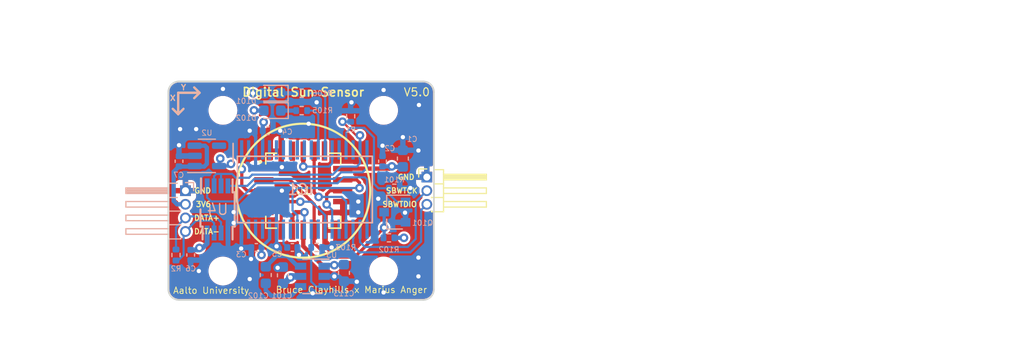
<source format=kicad_pcb>
(kicad_pcb (version 20221018) (generator pcbnew)
  (title_block (title "DSS Sun Sensor") (date "2023-11-10") (rev "v5") (company "Aalto-yliopisto") (comment 1 "Bruce Clayhills"))
  (layers (0 "F.Cu" signal) (1 "In1.Cu" signal) (2 "In2.Cu" signal) (31 "B.Cu" signal) (34 "B.Paste" user) (35 "F.Paste" user) (36 "B.SilkS" user "B.Silkscreen") (37 "F.SilkS" user "F.Silkscreen") (38 "B.Mask" user) (39 "F.Mask" user) (44 "Edge.Cuts" user))
  (net 0 "")
  (net 1 "GND")
  (net 2 "+5V")
  (net 3 "+3V3")
  (net 4 "Net-(IC1-VCORE)")
  (net 5 "Net-(U3-C+)")
  (net 6 "/START_X")
  (net 7 "/START_Y")
  (net 8 "/SS_CLK")
  (net 9 "/SS_GAIN")
  (net 10 "/SS_GAIN_CTL")
  (net 11 "/5V_EN")
  (net 12 "/SPI_CLK_A0")
  (net 13 "/SPI_SIMO_A0")
  (net 14 "VDD")
  (net 15 "Net-(U3-C-)")
  (net 16 "Net-(D101-K)")
  (net 17 "/SBWTDIO")
  (net 18 "/SBWTCK")
  (net 19 "/LED2")
  (net 20 "/LED1")
  (net 21 "Net-(D102-K)")
  (net 30 "/~{TXRX_EN}")
  (net 31 "/UART_TX")
  (net 32 "/UART_RX")
  (net 33 "/SPI_CLK_B0")
  (net 35 "/SPI_SIMO_B0")
  (net 40 "/ADCS.PRI_DATA+")
  (net 41 "/ADCS.PRI_DATA-")
  (footprint "Connector_PinHeader_1.27mm:PinHeader_1x03_P1.27mm_Horizontal" (layer "F.Cu") (at 151.5364 113.73)
    (fp_text reference "J104" hide)
    (fp_text value "Programming connector")
    (pad "1" thru_hole rect (at 0 0) (size 1 1) (drill 0.65) (layers "*.Cu" "*.Mask") (net 1 "GND"))
    (pad "2" thru_hole oval (at 0 1.27) (size 1 1) (drill 0.65) (layers "*.Cu" "*.Mask") (net 18 "/SBWTCK"))
    (pad "3" thru_hole oval (at 0 2.54) (size 1 1) (drill 0.65) (layers "*.Cu" "*.Mask") (net 17 "/SBWTDIO"))
  )
  (footprint "MountingHole:MountingHole_2.2mm_M2" (layer "F.Cu") (at 147.5 122.5)
    (fp_text reference "MK104" hide)
    (fp_text value "Mounting_Hole")
    (pad "" np_thru_hole circle (at 0 0) (size 2.2 2.2) (drill 2.2) (layers "*.Cu" "*.Mask"))
  )
  (footprint "MountingHole:MountingHole_2.2mm_M2" (layer "F.Cu") (at 132.5 122.5)
    (fp_text reference "MK102" hide)
    (fp_text value "Mounting_Hole")
    (pad "" np_thru_hole circle (at 0 0) (size 2.2 2.2) (drill 2.2) (layers "*.Cu" "*.Mask"))
  )
  (footprint "MountingHole:MountingHole_2.2mm_M2" (layer "F.Cu") (at 132.5 107.5)
    (fp_text reference "MK101" hide)
    (fp_text value "Mounting_Hole")
    (pad "" np_thru_hole circle (at 0 0) (size 2.2 2.2) (drill 2.2) (layers "*.Cu" "*.Mask"))
  )
  (footprint "MountingHole:MountingHole_2.2mm_M2" (layer "F.Cu") (at 147.5 107.5)
    (fp_text reference "MK103" hide)
    (fp_text value "Mounting_Hole")
    (pad "" np_thru_hole circle (at 0 0) (size 2.2 2.2) (drill 2.2) (layers "*.Cu" "*.Mask"))
  )
  (footprint "Foresail1p_IC:S9132" (layer "F.Cu") (at 140 115)
    (fp_text reference "U1" (at 0.0048 0.0112) (layer "F.SilkS") (effects (font (size 0.75 0.75) (thickness 0.07))))
    (fp_text value "S9132")
    (pad "1" smd rect (at -3.683 -2.0574) (size 1.8 0.508) (layers "F.Cu" "F.Paste" "F.Mask") (net 1 "GND"))
    (pad "2" smd rect (at -3.6852 -1.016) (size 1.8 0.508) (layers "F.Cu" "F.Paste" "F.Mask") (net 9 "/SS_GAIN"))
    (pad "3" smd rect (at -3.6852 0) (size 1.8 0.508) (layers "F.Cu" "F.Paste" "F.Mask") (net 6 "/START_X"))
    (pad "4" smd rect (at -3.6852 1.016) (size 1.8 0.508) (layers "F.Cu" "F.Paste" "F.Mask") (net 8 "/SS_CLK"))
    (pad "5" smd rect (at -3.6732 2.03) (size 1.8 0.508) (layers "F.Cu" "F.Paste" "F.Mask"))
    (pad "6" smd rect (at -2.0574 3.683 90) (size 1.8 0.508) (layers "F.Cu" "F.Paste" "F.Mask") (net 8 "/SS_CLK"))
    (pad "7" smd rect (at -1.016 3.6852 90) (size 1.8 0.508) (layers "F.Cu" "F.Paste" "F.Mask") (net 7 "/START_Y"))
    (pad "8" smd rect (at 0 3.6852 90) (size 1.8 0.508) (layers "F.Cu" "F.Paste" "F.Mask") (net 2 "+5V"))
    (pad "9" smd rect (at 1.016 3.6852 90) (size 1.8 0.508) (layers "F.Cu" "F.Paste" "F.Mask") (net 9 "/SS_GAIN"))
    (pad "10" smd rect (at 2.03 3.6832 90) (size 1.8 0.508) (layers "F.Cu" "F.Paste" "F.Mask") (net 1 "GND"))
    (pad "11" smd rect (at 3.683 2.032) (size 1.8 0.508) (layers "F.Cu" "F.Paste" "F.Mask") (net 1 "GND"))
    (pad "12" smd rect (at 3.6852 1.016) (size 1.8 0.508) (layers "F.Cu" "F.Paste" "F.Mask") (net 1 "GND"))
    (pad "13" smd rect (at 3.6852 0) (size 1.8 0.508) (layers "F.Cu" "F.Paste" "F.Mask") (net 33 "/SPI_CLK_B0"))
    (pad "14" smd rect (at 3.6852 -1.016) (size 1.8 0.508) (layers "F.Cu" "F.Paste" "F.Mask") (net 35 "/SPI_SIMO_B0"))
    (pad "15" smd rect (at 3.6852 -2.062) (size 1.8 0.508) (layers "F.Cu" "F.Paste" "F.Mask") (net 3 "+3V3"))
    (pad "16" smd rect (at 1.9812 -3.7084 90) (size 1.8 0.508) (layers "F.Cu" "F.Paste" "F.Mask"))
    (pad "17" smd rect (at 1.016 -3.6852 90) (size 1.8 0.508) (layers "F.Cu" "F.Paste" "F.Mask") (net 13 "/SPI_SIMO_A0"))
    (pad "18" smd rect (at 0 -3.6852 90) (size 1.8 0.508) (layers "F.Cu" "F.Paste" "F.Mask") (net 12 "/SPI_CLK_A0"))
    (pad "19" smd rect (at -1.016 -3.6852 90) (size 1.8 0.508) (layers "F.Cu" "F.Paste" "F.Mask"))
    (pad "20" smd rect (at -2.062 -3.6852 90) (size 1.8 0.508) (layers "F.Cu" "F.Paste" "F.Mask") (net 1 "GND"))
  )
  (footprint "Resistor_SMD:R_0402_1005Metric" (layer "B.Cu") (at 139.851 107.5215 180)
    (fp_text reference "R105" (at -1.949 0.0215) (layer "B.SilkS") (effects (font (size 0.5 0.5) (thickness 0.07)) (justify mirror)))
    (fp_text value "R")
    (pad "1" smd roundrect (at -0.51 0 180) (size 0.54 0.64) (layers "B.Cu" "B.Paste" "B.Mask") (net 20 "/LED1"))
    (pad "2" smd roundrect (at 0.51 0 180) (size 0.54 0.64) (layers "B.Cu" "B.Paste" "B.Mask") (net 21 "Net-(D102-K)"))
  )
  (footprint "Package_TO_SOT_SMD:SOT-23" (layer "B.Cu") (at 148.55 117 180)
    (fp_text reference "Q101" (at -2.58 -1.0084) (layer "B.SilkS") (effects (font (size 0.5 0.5) (thickness 0.07)) (justify mirror)))
    (fp_text value "Q_NMOS_GSD")
    (pad "1" smd rect (at -1 0.95 180) (size 0.9 0.8) (layers "B.Cu" "B.Paste" "B.Mask") (net 10 "/SS_GAIN_CTL"))
    (pad "2" smd rect (at -1 -0.95 180) (size 0.9 0.8) (layers "B.Cu" "B.Paste" "B.Mask") (net 1 "GND"))
    (pad "3" smd rect (at 1 0 180) (size 0.9 0.8) (layers "B.Cu" "B.Paste" "B.Mask") (net 9 "/SS_GAIN"))
  )
  (footprint "Resistor_SMD:R_0402_1005Metric" (layer "B.Cu") (at 148 119.4 180)
    (fp_text reference "R102" (at 0 -1.1) (layer "B.SilkS") (effects (font (size 0.5 0.5) (thickness 0.07)) (justify mirror)))
    (fp_text value "10k")
    (pad "1" smd roundrect (at -0.51 0 180) (size 0.54 0.64) (layers "B.Cu" "B.Paste" "B.Mask") (net 2 "+5V"))
    (pad "2" smd roundrect (at 0.51 0 180) (size 0.54 0.64) (layers "B.Cu" "B.Paste" "B.Mask") (net 9 "/SS_GAIN"))
  )
  (footprint "LED_SMD:LED_0603_1608Metric" (layer "B.Cu") (at 137.1 105.9 180)
    (fp_text reference "D101" (at 2.4292 -0.7292 180) (layer "B.SilkS") (effects (font (size 0.5 0.5) (thickness 0.07)) (justify mirror)))
    (fp_text value "LED")
    (pad "1" smd roundrect (at -0.7875 0 180) (size 0.875 0.95) (layers "B.Cu" "B.Paste" "B.Mask") (net 16 "Net-(D101-K)"))
    (pad "2" smd roundrect (at 0.7875 0 180) (size 0.875 0.95) (layers "B.Cu" "B.Paste" "B.Mask") (net 3 "+3V3"))
  )
  (footprint "LED_SMD:LED_0603_1608Metric" (layer "B.Cu") (at 137.112 107.5215 180)
    (fp_text reference "D102" (at 2.4412 -0.6825) (layer "B.SilkS") (effects (font (size 0.5 0.5) (thickness 0.07)) (justify mirror)))
    (fp_text value "LED")
    (pad "1" smd roundrect (at -0.7875 0 180) (size 0.875 0.95) (layers "B.Cu" "B.Paste" "B.Mask") (net 21 "Net-(D102-K)"))
    (pad "2" smd roundrect (at 0.7875 0 180) (size 0.875 0.95) (layers "B.Cu" "B.Paste" "B.Mask") (net 3 "+3V3"))
  )
  (footprint "Resistor_SMD:R_0402_1005Metric" (layer "B.Cu") (at 139.851 105.9)
    (fp_text reference "R106" (at 1.949 0) (layer "B.SilkS") (effects (font (size 0.5 0.5) (thickness 0.07)) (justify mirror)))
    (fp_text value "R")
    (pad "1" smd roundrect (at -0.51 0) (size 0.54 0.64) (layers "B.Cu" "B.Paste" "B.Mask") (net 16 "Net-(D101-K)"))
    (pad "2" smd roundrect (at 0.51 0) (size 0.54 0.64) (layers "B.Cu" "B.Paste" "B.Mask") (net 19 "/LED2"))
  )
  (footprint "Resistor_SMD:R_0402_1005Metric" (layer "B.Cu") (at 148.5 114.77)
    (fp_text reference "R101" (at 0 -0.8) (layer "B.SilkS") (effects (font (size 0.5 0.5) (thickness 0.07)) (justify mirror)))
    (fp_text value "10k")
    (pad "1" smd roundrect (at -0.51 0) (size 0.54 0.64) (layers "B.Cu" "B.Paste" "B.Mask") (net 10 "/SS_GAIN_CTL"))
    (pad "2" smd roundrect (at 0.51 0) (size 0.54 0.64) (layers "B.Cu" "B.Paste" "B.Mask") (net 1 "GND"))
  )
  (footprint "Capacitor_SMD:C_0603_1608Metric" (layer "B.Cu") (at 143.8 122.675 -90)
    (fp_text reference "C113" (at 1.925 0 180) (layer "B.SilkS") (effects (font (size 0.5 0.5) (thickness 0.07)) (justify mirror)))
    (fp_text value "1.0uF")
    (pad "1" smd roundrect (at -0.775 0 270) (size 0.9 0.95) (layers "B.Cu" "B.Paste" "B.Mask") (net 2 "+5V"))
    (pad "2" smd roundrect (at 0.775 0 270) (size 0.9 0.95) (layers "B.Cu" "B.Paste" "B.Mask") (net 1 "GND"))
  )
  (footprint "Connector_PinHeader_1.27mm:PinHeader_1x04_P1.27mm_Horizontal" (layer "B.Cu") (at 129 115 180)
    (fp_text reference "J102" hide)
    (fp_text value "Main Connector")
    (pad "1" thru_hole rect (at 0 0 180) (size 1 1) (drill 0.65) (layers "*.Cu" "*.Mask") (net 1 "GND"))
    (pad "2" thru_hole oval (at 0 -1.27 180) (size 1 1) (drill 0.65) (layers "*.Cu" "*.Mask") (net 14 "VDD"))
    (pad "3" thru_hole oval (at 0 -2.54 180) (size 1 1) (drill 0.65) (layers "*.Cu" "*.Mask") (net 40 "/ADCS.PRI_DATA+"))
    (pad "4" thru_hole oval (at 0 -3.81 180) (size 1 1) (drill 0.65) (layers "*.Cu" "*.Mask") (net 41 "/ADCS.PRI_DATA-"))
  )
  (footprint "Capacitor_SMD:C_0603_1608Metric" (layer "B.Cu") (at 138.1 122.9 90)
    (fp_text reference "C101" (at -1.9 -0.1 180) (layer "B.SilkS") (effects (font (size 0.5 0.5) (thickness 0.07)) (justify mirror)))
    (fp_text value "1.0uF")
    (pad "1" smd roundrect (at -0.775 0 90) (size 0.9 0.95) (layers "B.Cu" "B.Paste" "B.Mask") (net 14 "VDD"))
    (pad "2" smd roundrect (at 0.775 0 90) (size 0.9 0.95) (layers "B.Cu" "B.Paste" "B.Mask") (net 1 "GND"))
  )
  (footprint "Capacitor_SMD:C_0603_1608Metric" (layer "B.Cu") (at 136.5 122.875 -90)
    (fp_text reference "C102" (at 1.925 0.7 180) (layer "B.SilkS") (effects (font (size 0.5 0.5) (thickness 0.07)) (justify mirror)))
    (fp_text value "1.0uF")
    (pad "1" smd roundrect (at -0.775 0 270) (size 0.9 0.95) (layers "B.Cu" "B.Paste" "B.Mask") (net 5 "Net-(U3-C+)"))
    (pad "2" smd roundrect (at 0.775 0 270) (size 0.9 0.95) (layers "B.Cu" "B.Paste" "B.Mask") (net 15 "Net-(U3-C-)"))
  )
  (footprint "Package_TO_SOT_SMD:SOT-23-6" (layer "B.Cu") (at 140.85 123 180)
    (fp_text reference "U3" (at -1.7964 1.9944 180) (layer "B.SilkS") (effects (font (size 0.5 0.5) (thickness 0.07)) (justify mirror)))
    (fp_text value "LTC3200ES6-5")
    (pad "1" smd rect (at -1.1 0.95 180) (size 1.06 0.65) (layers "B.Cu" "B.Paste" "B.Mask") (net 2 "+5V"))
    (pad "2" smd rect (at -1.1 0 180) (size 1.06 0.65) (layers "B.Cu" "B.Paste" "B.Mask") (net 1 "GND"))
    (pad "3" smd rect (at -1.1 -0.95 180) (size 1.06 0.65) (layers "B.Cu" "B.Paste" "B.Mask") (net 11 "/5V_EN"))
    (pad "4" smd rect (at 1.1 -0.95 180) (size 1.06 0.65) (layers "B.Cu" "B.Paste" "B.Mask") (net 15 "Net-(U3-C-)"))
    (pad "5" smd rect (at 1.1 0 180) (size 1.06 0.65) (layers "B.Cu" "B.Paste" "B.Mask") (net 14 "VDD"))
    (pad "6" smd rect (at 1.1 0.95 180) (size 1.06 0.65) (layers "B.Cu" "B.Paste" "B.Mask") (net 5 "Net-(U3-C+)"))
  )
  (footprint "Resistor_SMD:R_0402_1005Metric" (layer "B.Cu") (at 141.25 120.3 180)
    (fp_text reference "R103" (at -2.7172 0.0056) (layer "B.SilkS") (effects (font (size 0.5 0.5) (thickness 0.07)) (justify mirror)))
    (fp_text value "10k")
    (pad "1" smd roundrect (at -0.51 0 180) (size 0.54 0.64) (layers "B.Cu" "B.Paste" "B.Mask") (net 1 "GND"))
    (pad "2" smd roundrect (at 0.51 0 180) (size 0.54 0.64) (layers "B.Cu" "B.Paste" "B.Mask") (net 11 "/5V_EN"))
  )
  (footprint "Package_TO_SOT_SMD:SOT-23-5" (layer "B.Cu") (at 131 111.75)
    (fp_text reference "U2" (at 0 -2.15) (layer "B.SilkS") (effects (font (size 0.5 0.5) (thickness 0.07)) (justify mirror)))
    (fp_text value "TLV733P")
    (pad "1" smd roundrect (at -1.1375 0.95) (size 1.325 0.6) (layers "B.Cu" "B.Paste" "B.Mask") (net 14 "VDD"))
    (pad "2" smd roundrect (at -1.1375 0) (size 1.325 0.6) (layers "B.Cu" "B.Paste" "B.Mask") (net 1 "GND"))
    (pad "3" smd roundrect (at -1.1375 -0.95) (size 1.325 0.6) (layers "B.Cu" "B.Paste" "B.Mask") (net 14 "VDD"))
    (pad "4" smd roundrect (at 1.1375 -0.95) (size 1.325 0.6) (layers "B.Cu" "B.Paste" "B.Mask"))
    (pad "5" smd roundrect (at 1.1375 0.95) (size 1.325 0.6) (layers "B.Cu" "B.Paste" "B.Mask") (net 3 "+3V3"))
  )
  (footprint "Capacitor_SMD:C_0402_1005Metric" (layer "B.Cu") (at 129.4892 121.0056 -90)
    (fp_text reference "C6" (at 1.27 0 180) (layer "B.SilkS") (effects (font (size 0.5 0.5) (thickness 0.07)) (justify mirror)))
    (fp_text value "100n")
    (pad "1" smd roundrect (at -0.48 0 270) (size 0.56 0.62) (layers "B.Cu" "B.Paste" "B.Mask") (net 3 "+3V3"))
    (pad "2" smd roundrect (at 0.48 0 270) (size 0.56 0.62) (layers "B.Cu" "B.Paste" "B.Mask") (net 1 "GND"))
  )
  (footprint "Resistor_SMD:R_0402_1005Metric" (layer "B.Cu") (at 144.4244 108.0496 90)
    (fp_text reference "R1" (at -1.272 0 180) (layer "B.SilkS") (effects (font (size 0.5 0.5) (thickness 0.07)) (justify mirror)))
    (fp_text value "10k")
    (pad "1" smd roundrect (at -0.51 0 90) (size 0.54 0.64) (layers "B.Cu" "B.Paste" "B.Mask") (net 30 "/~{TXRX_EN}"))
    (pad "2" smd roundrect (at 0.51 0 90) (size 0.54 0.64) (layers "B.Cu" "B.Paste" "B.Mask") (net 1 "GND"))
  )
  (footprint "Capacitor_SMD:C_0402_1005Metric" (layer "B.Cu") (at 135.62 120.3)
    (fp_text reference "C3" (at -1.4064 0.6548) (layer "B.SilkS") (effects (font (size 0.5 0.5) (thickness 0.07)) (justify mirror)))
    (fp_text value "100nF")
    (pad "1" smd roundrect (at -0.48 0) (size 0.56 0.62) (layers "B.Cu" "B.Paste" "B.Mask") (net 1 "GND"))
    (pad "2" smd roundrect (at 0.48 0) (size 0.56 0.62) (layers "B.Cu" "B.Paste" "B.Mask") (net 3 "+3V3"))
  )
  (footprint "Foresail1p_IC:SOP65P490X110-8N" (layer "B.Cu") (at 132 116.75 -90)
    (fp_text reference "U4" (at 0 0 -180) (layer "B.SilkS") (effects (font (thickness 0.125)) (justify mirror)))
    (fp_text value "THVD1450DGKR" hide)
    (pad "1" smd rect (at -2.2 0.975 180) (size 0.45 1.4) (layers "B.Cu" "B.Paste" "B.Mask") (net 32 "/UART_RX"))
    (pad "2" smd rect (at -2.2 0.325 180) (size 0.45 1.4) (layers "B.Cu" "B.Paste" "B.Mask") (net 30 "/~{TXRX_EN}"))
    (pad "3" smd rect (at -2.2 -0.325 180) (size 0.45 1.4) (layers "B.Cu" "B.Paste" "B.Mask") (net 30 "/~{TXRX_EN}"))
    (pad "4" smd rect (at -2.2 -0.975 180) (size 0.45 1.4) (layers "B.Cu" "B.Paste" "B.Mask") (net 31 "/UART_TX"))
    (pad "5" smd rect (at 2.2 -0.975 180) (size 0.45 1.4) (layers "B.Cu" "B.Paste" "B.Mask") (net 1 "GND"))
    (pad "6" smd rect (at 2.2 -0.325 180) (size 0.45 1.4) (layers "B.Cu" "B.Paste" "B.Mask") (net 40 "/ADCS.PRI_DATA+"))
    (pad "7" smd rect (at 2.2 0.325 180) (size 0.45 1.4) (layers "B.Cu" "B.Paste" "B.Mask") (net 41 "/ADCS.PRI_DATA-"))
    (pad "8" smd rect (at 2.2 0.975 180) (size 0.45 1.4) (layers "B.Cu" "B.Paste" "B.Mask") (net 3 "+3V3"))
  )
  (footprint "Capacitor_SMD:C_0402_1005Metric" (layer "B.Cu") (at 138.98 120.3 180)
    (fp_text reference "C5" (at 1.4136 -0.604) (layer "B.SilkS") (effects (font (size 0.5 0.5) (thickness 0.07)) (justify mirror)))
    (fp_text value "100nF")
    (pad "1" smd roundrect (at -0.48 0 180) (size 0.56 0.62) (layers "B.Cu" "B.Paste" "B.Mask") (net 1 "GND"))
    (pad "2" smd roundrect (at 0.48 0 180) (size 0.56 0.62) (layers "B.Cu" "B.Paste" "B.Mask") (net 4 "Net-(IC1-VCORE)"))
  )
  (footprint "Resistor_SMD:R_0402_1005Metric" (layer "B.Cu") (at 128.1176 121.0056 90)
    (fp_text reference "R2" (at -1.27 0 180) (layer "B.SilkS") (effects (font (size 0.5 0.5) (thickness 0.07)) (justify mirror)))
    (fp_text value "1k")
    (pad "1" smd roundrect (at -0.51 0 90) (size 0.54 0.64) (layers "B.Cu" "B.Paste" "B.Mask") (net 41 "/ADCS.PRI_DATA-"))
    (pad "2" smd roundrect (at 0.51 0 90) (size 0.54 0.64) (layers "B.Cu" "B.Paste" "B.Mask") (net 40 "/ADCS.PRI_DATA+"))
  )
  (footprint "Capacitor_SMD:C_0402_1005Metric" (layer "B.Cu") (at 147.4 112.25 -90)
    (fp_text reference "C2" (at -1.2012 -0.682 180) (layer "B.SilkS") (effects (font (size 0.5 0.5) (thickness 0.07)) (justify mirror)))
    (fp_text value "100nF")
    (pad "1" smd roundrect (at -0.48 0 270) (size 0.56 0.62) (layers "B.Cu" "B.Paste" "B.Mask") (net 1 "GND"))
    (pad "2" smd roundrect (at 0.48 0 270) (size 0.56 0.62) (layers "B.Cu" "B.Paste" "B.Mask") (net 3 "+3V3"))
  )
  (footprint "Capacitor_SMD:C_0402_1005Metric" (layer "B.Cu") (at 128.4 112.25 90)
    (fp_text reference "C7" (at -1.288 -0.0284 180) (layer "B.SilkS") (effects (font (size 0.5 0.5) (thickness 0.07)) (justify mirror)))
    (fp_text value "100nF")
    (pad "1" smd roundrect (at -0.48 0 90) (size 0.56 0.62) (layers "B.Cu" "B.Paste" "B.Mask") (net 14 "VDD"))
    (pad "2" smd roundrect (at 0.48 0 90) (size 0.56 0.62) (layers "B.Cu" "B.Paste" "B.Mask") (net 1 "GND"))
  )
  (footprint "Foresail1p_IC:TSSOP-38_6.1mm" (layer "B.Cu") (at 134.248842 111.190089)
    (fp_text reference "IC1" (at 5.501158 3.7) (layer "B.SilkS") (effects (justify mirror)))
    (fp_text value "MSP430FR5739_0")
    (pad "1" smd rect (at 0 0) (size 0.3 1.8) (layers "B.Cu" "B.Paste" "B.Mask") (net 6 "/START_X"))
    (pad "2" smd rect (at 0.65 0) (size 0.3 1.8) (layers "B.Cu" "B.Paste" "B.Mask"))
    (pad "3" smd rect (at 1.3 0) (size 0.3 1.8) (layers "B.Cu" "B.Paste" "B.Mask") (net 1 "GND"))
    (pad "4" smd rect (at 1.95 0) (size 0.3 1.8) (layers "B.Cu" "B.Paste" "B.Mask") (net 3 "+3V3"))
    (pad "5" smd rect (at 2.6 0) (size 0.3 1.8) (layers "B.Cu" "B.Paste" "B.Mask"))
    (pad "6" smd rect (at 3.25 0) (size 0.3 1.8) (layers "B.Cu" "B.Paste" "B.Mask"))
    (pad "7" smd rect (at 3.9 0) (size 0.3 1.8) (layers "B.Cu" "B.Paste" "B.Mask"))
    (pad "8" smd rect (at 4.55 0) (size 0.3 1.8) (layers "B.Cu" "B.Paste" "B.Mask"))
    (pad "9" smd rect (at 5.2 0) (size 0.3 1.8) (layers "B.Cu" "B.Paste" "B.Mask"))
    (pad "10" smd rect (at 5.85 0) (size 0.3 1.8) (layers "B.Cu" "B.Paste" "B.Mask"))
    (pad "11" smd rect (at 6.5 0) (size 0.3 1.8) (layers "B.Cu" "B.Paste" "B.Mask"))
    (pad "12" smd rect (at 7.15 0) (size 0.3 1.8) (layers "B.Cu" "B.Paste" "B.Mask") (net 20 "/LED1"))
    (pad "13" smd rect (at 7.8 0) (size 0.3 1.8) (layers "B.Cu" "B.Paste" "B.Mask") (net 19 "/LED2"))
    (pad "14" smd rect (at 8.45 0) (size 0.3 1.8) (layers "B.Cu" "B.Paste" "B.Mask") (net 12 "/SPI_CLK_A0"))
    (pad "15" smd rect (at 9.1 0) (size 0.3 1.8) (layers "B.Cu" "B.Paste" "B.Mask"))
    (pad "16" smd rect (at 9.75 0) (size 0.3 1.8) (layers "B.Cu" "B.Paste" "B.Mask") (net 10 "/SS_GAIN_CTL"))
    (pad "17" smd rect (at 10.4 0) (size 0.3 1.8) (layers "B.Cu" "B.Paste" "B.Mask"))
    (pad "18" smd rect (at 11.05 0) (size 0.3 1.8) (layers "B.Cu" "B.Paste" "B.Mask") (net 30 "/~{TXRX_EN}"))
    (pad "19" smd rect (at 11.7 0) (size 0.3 1.8) (layers "B.Cu" "B.Paste" "B.Mask") (net 31 "/UART_TX"))
    (pad "20" smd rect (at 11.7 7.4) (size 0.3 1.8) (layers "B.Cu" "B.Paste" "B.Mask") (net 32 "/UART_RX"))
    (pad "21" smd rect (at 11.05 7.4) (size 0.3 1.8) (layers "B.Cu" "B.Paste" "B.Mask") (net 18 "/SBWTCK"))
    (pad "22" smd rect (at 10.4 7.4) (size 0.3 1.8) (layers "B.Cu" "B.Paste" "B.Mask") (net 17 "/SBWTDIO"))
    (pad "23" smd rect (at 9.75 7.4) (size 0.3 1.8) (layers "B.Cu" "B.Paste" "B.Mask") (net 13 "/SPI_SIMO_A0"))
    (pad "24" smd rect (at 9.1 7.4) (size 0.3 1.8) (layers "B.Cu" "B.Paste" "B.Mask"))
    (pad "25" smd rect (at 8.45 7.4) (size 0.3 1.8) (layers "B.Cu" "B.Paste" "B.Mask") (net 33 "/SPI_CLK_B0"))
    (pad "26" smd rect (at 7.8 7.4) (size 0.3 1.8) (layers "B.Cu" "B.Paste" "B.Mask") (net 8 "/SS_CLK"))
    (pad "27" smd rect (at 7.15 7.4) (size 0.3 1.8) (layers "B.Cu" "B.Paste" "B.Mask"))
    (pad "28" smd rect (at 6.5 7.4) (size 0.3 1.8) (layers "B.Cu" "B.Paste" "B.Mask") (net 11 "/5V_EN"))
    (pad "29" smd rect (at 5.85 7.4) (size 0.3 1.8) (layers "B.Cu" "B.Paste" "B.Mask") (net 7 "/START_Y"))
    (pad "30" smd rect (at 5.2 7.4) (size 0.3 1.8) (layers "B.Cu" "B.Paste" "B.Mask") (net 35 "/SPI_SIMO_B0"))
    (pad "31" smd rect (at 4.55 7.4) (size 0.3 1.8) (layers "B.Cu" "B.Paste" "B.Mask"))
    (pad "32" smd rect (at 3.9 7.4) (size 0.3 1.8) (layers "B.Cu" "B.Paste" "B.Mask") (net 4 "Net-(IC1-VCORE)"))
    (pad "33" smd rect (at 3.25 7.4) (size 0.3 1.8) (layers "B.Cu" "B.Paste" "B.Mask") (net 1 "GND"))
    (pad "34" smd rect (at 2.6 7.4) (size 0.3 1.8) (layers "B.Cu" "B.Paste" "B.Mask") (net 3 "+3V3"))
    (pad "35" smd rect (at 1.95 7.4) (size 0.3 1.8) (layers "B.Cu" "B.Paste" "B.Mask"))
    (pad "36" smd rect (at 1.3 7.4) (size 0.3 1.8) (layers "B.Cu" "B.Paste" "B.Mask"))
    (pad "37" smd rect (at 0.65 7.4) (size 0.3 1.8) (layers "B.Cu" "B.Paste" "B.Mask"))
    (pad "38" smd rect (at 0 7.4) (size 0.3 1.8) (layers "B.Cu" "B.Paste" "B.Mask") (net 1 "GND"))
  )
  (footprint "Capacitor_SMD:C_0402_1005Metric" (layer "B.Cu") (at 136.7 109.4 180)
    (fp_text reference "C4" (at -1.8 -0.1) (layer "B.SilkS") (effects (font (size 0.5 0.5) (thickness 0.07)) (justify mirror)))
    (fp_text value "100nF")
    (pad "1" smd roundrect (at -0.48 0 180) (size 0.56 0.62) (layers "B.Cu" "B.Paste" "B.Mask") (net 1 "GND"))
    (pad "2" smd roundrect (at 0.48 0 180) (size 0.56 0.62) (layers "B.Cu" "B.Paste" "B.Mask") (net 3 "+3V3"))
  )
  (footprint "Capacitor_SMD:C_0603_1608Metric" (layer "B.Cu") (at 149.3 112 -90)
    (fp_text reference "C1" (at -1.8148 -0.8648 180) (layer "B.SilkS") (effects (font (size 0.5 0.5) (thickness 0.07)) (justify mirror)))
    (fp_text value "4.7uF")
    (pad "1" smd roundrect (at -0.775 0 270) (size 0.9 0.95) (layers "B.Cu" "B.Paste" "B.Mask") (net 1 "GND"))
    (pad "2" smd roundrect (at 0.775 0 270) (size 0.9 0.95) (layers "B.Cu" "B.Paste" "B.Mask") (net 3 "+3V3"))
  )
  (gr_line (start 128.320989 107.858745) (end 128.820989 107.358745) (stroke (width 0.2)) (layer "B.SilkS"))
  (gr_line (start 128.320989 105.858745) (end 128.320989 107.858745) (stroke (width 0.2)) (layer "B.SilkS"))
  (gr_line (start 130.320989 105.858745) (end 129.820989 106.358745) (stroke (width 0.2)) (layer "B.SilkS"))
  (gr_line (start 128.320989 107.858745) (end 127.820989 107.358745) (stroke (width 0.2)) (layer "B.SilkS"))
  (gr_line (start 129.820989 105.358745) (end 130.320989 105.858745) (stroke (width 0.2)) (layer "B.SilkS"))
  (gr_line (start 128.320989 105.858745) (end 130.320989 105.858745) (stroke (width 0.2)) (layer "B.SilkS"))
  (gr_line (start 128.316 105.857) (end 130.316 105.857) (stroke (width 0.2)) (layer "F.SilkS"))
  (gr_line (start 128.316 105.857) (end 128.316 107.857) (stroke (width 0.2)) (layer "F.SilkS"))
  (gr_line (start 130.316 105.857) (end 129.816 105.357) (stroke (width 0.2)) (layer "F.SilkS"))
  (gr_line (start 130.316 105.857) (end 129.816 106.357) (stroke (width 0.2)) (layer "F.SilkS"))
  (gr_line (start 128.316 107.857) (end 128.816 107.357) (stroke (width 0.2)) (layer "F.SilkS"))
  (gr_circle (center 140 115) (end 146.25 114.75) (stroke (width 0.2)) (fill none) (layer "F.SilkS"))
  (gr_line (start 127.816 107.357) (end 128.316 107.857) (stroke (width 0.2)) (layer "F.SilkS"))
  (gr_line (start 152.2 117) (end 152.2 124.2) (stroke (width 0.15)) (layer "Edge.Cuts"))
  (gr_arc (start 151.2 104.8) (mid 151.907107 105.092893) (end 152.2 105.8) (stroke (width 0.15)) (layer "Edge.Cuts"))
  (gr_arc (start 152.2 124.2) (mid 151.907107 124.907107) (end 151.2 125.2) (stroke (width 0.15)) (layer "Edge.Cuts"))
  (gr_arc (start 127.4 105.8) (mid 127.692893 105.092893) (end 128.4 104.8) (stroke (width 0.15)) (layer "Edge.Cuts"))
  (gr_line (start 127.4 114.4) (end 127.4 105.8) (stroke (width 0.15)) (layer "Edge.Cuts"))
  (gr_arc (start 128.4 125.2) (mid 127.692893 124.907107) (end 127.4 124.2) (stroke (width 0.15)) (layer "Edge.Cuts"))
  (gr_line (start 128.4 104.8) (end 138.2 104.8) (stroke (width 0.15)) (layer "Edge.Cuts"))
  (gr_line (start 152.2 105.8) (end 152.2 117) (stroke (width 0.15)) (layer "Edge.Cuts"))
  (gr_line (start 151.2 125.2) (end 128.4 125.2) (stroke (width 0.15)) (layer "Edge.Cuts"))
  (gr_line (start 138.2 104.8) (end 151.2 104.8) (stroke (width 0.15)) (layer "Edge.Cuts"))
  (gr_line (start 127.4 124.2) (end 127.4 114.4) (stroke (width 0.15)) (layer "Edge.Cuts"))
  (gr_text "X" (at 127.825 106.35) (layer "B.SilkS") (effects (font (size 0.5 0.5) (thickness 0.1)) (justify mirror)))
  (gr_text "Y" (at 128.825 105.35) (layer "B.SilkS") (effects (font (size 0.5 0.5) (thickness 0.1)) (justify mirror)))
  (gr_text "Aalto University\n\n" (at 131.4 124.8) (layer "F.SilkS") (effects (font (size 0.6 0.6) (thickness 0.08))))
  (gr_text "Digital Sun Sensor" (at 140 105.8) (layer "F.SilkS") (effects (font (size 0.8 0.8))))
  (gr_text "3V6" (at 130.6775 116.27) (layer "F.SilkS") (effects (font (size 0.5 0.5) (thickness 0.1))))
  (gr_text "DATA+" (at 131 117.54) (layer "F.SilkS") (effects (font (size 0.5 0.5) (thickness 0.1))))
  (gr_text "DATA-" (at 131 118.81) (layer "F.SilkS") (effects (font (size 0.5 0.5) (thickness 0.1))))
  (gr_text "GND" (at 130.61 115) (layer "F.SilkS") (effects (font (size 0.5 0.5) (thickness 0.1))))
  (gr_text "SBWTCK" (at 149.2 115) (layer "F.SilkS") (effects (font (size 0.5 0.5) (thickness 0.1))))
  (gr_text "GND" (at 149.606 113.73) (layer "F.SilkS") (effects (font (size 0.5 0.5) (thickness 0.1))))
  (gr_text "SBWTDIO" (at 149 116.27) (layer "F.SilkS") (effects (font (size 0.5 0.5) (thickness 0.1))))
  (gr_text "X" (at 127.816 106.357) (layer "F.SilkS") (effects (font (size 0.5 0.5) (thickness 0.1))))
  (gr_text "Y" (at 128.816 105.357) (layer "F.SilkS") (effects (font (size 0.5 0.5) (thickness 0.1))))
  (gr_text "Bruce Clayhills x Marius Anger" (at 144.5 124.25) (layer "F.SilkS") (effects (font (size 0.6 0.6) (thickness 0.08))))
  (gr_text "V5.0" (at 150.6 105.8) (layer "F.SilkS") (effects (font (size 0.75 0.75) (thickness 0.1))))
  (segment (start 145.118 117.032) (end 143.683 117.032) (width 0.4) (layer "F.Cu") (net 1))
  (segment (start 142.03 119.68) (end 142.03 118.6832) (width 0.4) (layer "F.Cu") (net 1))
  (segment (start 145.134 116.016) (end 143.6852 116.016) (width 0.4) (layer "F.Cu") (net 1))
  (segment (start 142.65 120.3) (end 142.03 119.68) (width 0.4) (layer "F.Cu") (net 1))
  (segment (start 145.134 116.016) (end 145.134 117.016) (width 0.4) (layer "F.Cu") (net 1))
  (segment (start 136.317 112.9426) (end 137.8579 112.9426) (width 0.4) (layer "F.Cu") (net 1))
  (segment (start 137.8579 112.9426) (end 138 112.8005) (width 0.4) (layer "F.Cu") (net 1))
  (segment (start 137.85 109.4) (end 137.938 109.488) (width 0.4) (layer "F.Cu") (net 1))
  (segment (start 145.134 117.016) (end 145.118 117.032) (width 0.4) (layer "F.Cu") (net 1))
  (segment (start 137.938 109.488) (end 137.938 111.3148) (width 0.4) (layer "F.Cu") (net 1))
  (via (at 128.5 109.25) (size 0.8) (drill 0.4) (layers "F.Cu" "B.Cu") (net 1))
  (via (at 130 109.25) (size 0.8) (drill 0.4) (layers "F.Cu" "B.Cu") (net 1))
  (via (at 144.5 106.75) (size 0.8) (drill 0.4) (layers "F.Cu" "B.Cu") (net 1))
  (via (at 150.75 111.25) (size 0.8) (drill 0.4) (layers "F.Cu" "B.Cu") (net 1))
  (via (at 130.25 122.5) (size 0.8) (drill 0.4) (layers "F.Cu" "B.Cu") (net 1))
  (via (at 150.8 107) (size 0.8) (drill 0.4) (layers "F.Cu" "B.Cu") (net 1))
  (via (at 147.5 105.6) (size 0.8) (drill 0.4) (layers "F.Cu" "B.Cu") (net 1))
  (via (at 132.5 105.5) (size 0.8) (drill 0.4) (layers "F.Cu" "B.Cu") (net 1))
  (via (at 133.5024 118.0084) (size 0.8) (drill 0.4) (layers "F.Cu" "B.Cu") (net 1))
  (via (at 138 115) (size 0.8) (drill 0.4) (layers "F.Cu" "B.Cu") (net 1))
  (via (at 145.134 117.016) (size 0.8) (drill 0.4) (layers "F.Cu" "B.Cu") (net 1))
  (via (at 135.12 121.38) (size 0.8) (drill 0.4) (layers "F.Cu" "B.Cu") (net 1))
  (via (at 133.5 117) (size 0.8) (drill 0.4) (layers "F.Cu" "B.Cu") (net 1))
  (via (at 134.2 120.4) (size 0.8) (drill 0.4) (layers "F.Cu" "B.Cu") (net 1))
  (via (at 145 123.5) (size 0.8) (drill 0.4) (layers "F.Cu" "B.Cu") (net 1))
  (via (at 140.5 108.75) (size 0.8) (drill 0.4) (layers "F.Cu" "B.Cu") (net 1))
  (via (at 135 123.25) (size 0.8) (drill 0.4) (layers "F.Cu" "B.Cu") (net 1))
  (via (at 150.75 121.25) (size 0.8) (drill 0.4) (layers "F.Cu" "B.Cu") (net 1))
  (via (at 139.6 121) (size 0.8) (drill 0.4) (layers "F.Cu" "B.Cu") (net 1))
  (via (at 137.85 109.4) (size 0.8) (drill 0.4) (layers "F.Cu" "B.Cu") (net 1))
  (via (at 135 109.4) (size 0.8) (drill 0.4) (layers "F.Cu" "B.Cu") (net 1))
  (via (at 147.4 110.8) (size 0.8) (drill 0.4) (layers "F.Cu" "B.Cu") (net 1))
  (via (at 140.883568 124.573837) (size 0.8) (drill 0.4) (layers "F.Cu" "B.Cu") (net 1))
  (via (at 149.5 117.049502) (size 0.8) (drill 0.4) (layers "F.Cu" "B.Cu") (net 1))
  (via (at 141.25 106.75) (size 0.8) (drill 0.4) (layers "F.Cu" "B.Cu") (net 1))
  (via (at 137.506993 120.191406) (size 0.8) (drill 0.4) (layers "F.Cu" "B.Cu") (net 1))
  (via (at 138 112.8005) (size 0.8) (drill 0.4) (layers "F.Cu" "B.Cu") (net 1))
  (via (at 147.5 124.5) (size 0.8) (drill 0.4) (layers "F.Cu" "B.Cu") (net 1))
  (via (at 150 114.75) (size 0.8) (drill 0.4) (layers "F.Cu" "B.Cu") (net 1))
  (via (at 149.3 110) (size 0.8) (drill 0.4) (layers "F.Cu" "B.Cu") (net 1))
  (via (at 142.65 120.3) (size 0.8) (drill 0.4) (layers "F.Cu" "B.Cu") (net 1))
  (via (at 142.9 123) (size 0.8) (drill 0.4) (layers "F.Cu" "B.Cu") (net 1))
  (via (at 147 115.75) (size 0.8) (drill 0.4) (layers "F.Cu" "B.Cu") (net 1))
  (via (at 128.4 110.75) (size 0.8) (drill 0.4) (layers "F.Cu" "B.Cu") (net 1))
  (via (at 150.75 123) (size 0.8) (drill 0.4) (layers "F.Cu" "B.Cu") (net 1))
  (via (at 137.607612 122.19999) (size 0.8) (drill 0.4) (layers "F.Cu" "B.Cu") (net 1))
  (via (at 145.134 116.016) (size 0.8) (drill 0.4) (layers "F.Cu" "B.Cu") (net 1))
  (segment (start 128.42 111.75) (end 129.75 111.75) (width 0.4) (layer "B.Cu") (net 1))
  (segment (start 149.98 114.77) (end 150 114.75) (width 0.3) (layer "B.Cu") (net 1))
  (segment (start 134.2 118.0084) (end 133.5024 118.0084) (width 0.3) (layer "B.Cu") (net 1))
  (segment (start 135.5596 109.9596) (end 135 109.4) (width 0.3) (layer "B.Cu") (net 1))
  (segment (start 143.35 123) (end 143.8 123.45) (width 0.4) (layer "B.Cu") (net 1))
  (segment (start 147.4 111.72) (end 147.4 110.8) (width 0.4) (layer "B.Cu") (net 1))
  (segment (start 149.5 117.049502) (end 149.5 117.9) (width 0.4) (layer "B.Cu") (net 1))
  (segment (start 137.85 109.4) (end 137.18 109.4) (width 0.3) (layer "B.Cu") (net 1))
  (segment (start 139.48 120.88) (end 139.6 121) (width 0.2) (layer "B.Cu") (net 1))
  (segment (start 134.2 120.4) (end 134.2 118.0084) (width 0.3) (layer "B.Cu") (net 1))
  (segment (start 135.12 120.3) (end 134.3 120.3) (width 0.4) (layer "B.Cu") (net 1))
  (segment (start 144.95 123.45) (end 145 123.5) (width 0.4) (layer "B.Cu") (net 1))
  (segment (start 137.506993 120.191406) (end 137.5096 120.188799) (width 0.3) (layer "B.Cu") (net 1))
  (segment (start 132.975 118.95) (end 132.975 118.231) (width 0.45) (layer "B.Cu") (net 1))
  (segment (start 149.3 111.2125) (end 149.3 110) (width 0.4) (layer "B.Cu") (net 1))
  (segment (start 149.01 114.77) (end 149.98 114.77) (width 0.3) (layer "B.Cu") (net 1))
  (segment (start 137.682602 122.125) (end 137.607612 122.19999) (width 0.4) (layer "B.Cu") (net 1))
  (segment (start 128.4 111.77) (end 128.42 111.75) (width 0.4) (layer "B.Cu") (net 1))
  (segment (start 135.5596 111.19) (end 135.5596 109.9596) (width 0.3) (layer "B.Cu") (net 1))
  (segment (start 139.48 120.3) (end 139.48 120.88) (width 0.2) (layer "B.Cu") (net 1))
  (segment (start 149.5 117.9) (end 149.55 117.95) (width 0.4) (layer "B.Cu") (net 1))
  (segment (start 143.8 123.45) (end 144.95 123.45) (width 0.4) (layer "B.Cu") (net 1))
  (segment (start 138.1 122.125) (end 137.682602 122.125) (width 0.4) (layer "B.Cu") (net 1))
  (segment (start 134.3 120.3) (end 134.2 120.4) (width 0.4) (layer "B.Cu") (net 1))
  (segment (start 133.1976 118.0084) (end 133.5024 118.0084) (width 0.45) (layer "B.Cu") (net 1))
  (segment (start 128.4 110.75) (end 128.4 111.77) (width 0.4) (layer "B.Cu") (net 1))
  (segment (start 135.12 121.38) (end 135.12 120.3) (width 0.4) (layer "B.Cu") (net 1))
  (segment (start 137.5096 120.188799) (end 137.5096 118.59) (width 0.3) (layer "B.Cu") (net 1))
  (segment (start 141.95 123) (end 142.9 123) (width 0.4) (layer "B.Cu") (net 1))
  (segment (start 142.9 123) (end 143.35 123) (width 0.4) (layer "B.Cu") (net 1))
  (segment (start 132.975 118.231) (end 133.1976 118.0084) (width 0.45) (layer "B.Cu") (net 1))
  (segment (start 141.76 120.3) (end 142.65 120.3) (width 0.4) (layer "B.Cu") (net 1))
  (segment (start 142.9 121.95001) (end 141.766008 121.95001) (width 0.4) (layer "F.Cu") (net 2))
  (segment (start 141.766008 121.95001) (end 140 120.184002) (width 0.4) (layer "F.Cu") (net 2))
  (segment (start 140 120.184002) (end 140 118.6852) (width 0.4) (layer "F.Cu") (net 2))
  (via (at 142.9 121.95001) (size 0.8) (drill 0.4) (layers "F.Cu" "B.Cu") (net 2))
  (via (at 149.4 119.4) (size 0.8) (drill 0.4) (layers "F.Cu" "B.Cu") (net 2))
  (segment (start 149.4 119.4) (end 148.51 119.4) (width 0.4) (layer "B.Cu") (net 2))
  (segment (start 143.8 121.9) (end 142.95001 121.9) (width 0.4) (layer "B.Cu") (net 2))
  (segment (start 142.04999 121.95001) (end 142.9 121.95001) (width 0.4) (layer "B.Cu") (net 2))
  (segment (start 142.95001 121.9) (end 142.9 121.95001) (width 0.4) (layer "B.Cu") (net 2))
  (segment (start 141.95 122.05) (end 142.04999 121.95001) (width 0.4) (layer "B.Cu") (net 2))
  (segment (start 143.6852 112.938) (end 148.062 112.938) (width 0.4) (layer "F.Cu") (net 3))
  (segment (start 148.062 112.938) (end 148.27 112.73) (width 0.4) (layer "F.Cu") (net 3))
  (segment (start 148.27 112.73) (end 148.3 112.76) (width 0.4) (layer "F.Cu") (net 3))
  (segment (start 148.3 112.76) (end 148.3 112.8) (width 0.4) (layer "F.Cu") (net 3))
  (via (at 133.25 112.5) (size 0.8) (drill 0.4) (layers "F.Cu" "B.Cu") (net 3))
  (via (at 135.4 107.5) (size 0.8) (drill 0.4) (layers "F.Cu" "B.Cu") (net 3))
  (via (at 148.27 112.73) (size 0.8) (drill 0.4) (layers "F.Cu" "B.Cu") (net 3))
  (via (at 136.3 108.6) (size 0.8) (drill 0.4) (layers "F.Cu" "B.Cu") (net 3))
  (via (at 130.302 120.3452) (size 0.8) (drill 0.4) (layers "F.Cu" "B.Cu") (net 3))
  (via (at 132.25 112) (size 0.8) (drill 0.4) (layers "F.Cu" "B.Cu") (net 3))
  (via (at 136.1 121) (size 0.8) (drill 0.4) (layers "F.Cu" "B.Cu") (net 3))
  (via (at 135.3 105.9) (size 0.8) (drill 0.4) (layers "F.Cu" "B.Cu") (net 3))
  (segment (start 129.4892 120.5256) (end 130.1216 120.5256) (width 0.45) (layer "B.Cu") (net 3))
  (segment (start 136.22 108.68) (end 136.3 108.6) (width 0.4) (layer "B.Cu") (net 3))
  (segment (start 136.08 120.98) (end 136.1 121) (width 0.3) (layer "B.Cu") (net 3))
  (segment (start 131.025 119.927) (end 130.6068 120.3452) (width 0.45) (layer "B.Cu") (net 3))
  (segment (start 132.1375 112.7) (end 132.1375 112.1125) (width 0.3) (layer "B.Cu") (net 3))
  (segment (start 135.4215 107.5215) (end 135.4 107.5) (width 0.4) (layer "B.Cu") (net 3))
  (segment (start 136.2096 109.4104) (end 136.22 109.4) (width 0.3) (layer "B.Cu") (net 3))
  (segment (start 136.22 109.4) (end 136.22 108.68) (width 0.4) (layer "B.Cu") (net 3))
  (segment (start 132.1375 112.7) (end 133.05 112.7) (width 0.3) (layer "B.Cu") (net 3))
  (segment (start 130.6068 120.3452) (end 130.302 120.3452) (width 0.45) (layer "B.Cu") (net 3))
  (segment (start 148.315 112.775) (end 148.27 112.73) (width 0.4) (layer "B.Cu") (net 3))
  (segment (start 149.3 112.775) (end 148.315 112.775) (width 0.4) (layer "B.Cu") (net 3))
  (segment (start 136.3125 105.9) (end 135.3 105.9) (width 0.4) (layer "B.Cu") (net 3))
  (segment (start 136.08 120.3) (end 136.8596 119.5204) (width 0.3) (layer "B.Cu") (net 3))
  (segment (start 136.3245 107.5215) (end 135.4215 107.5215) (width 0.4) (layer "B.Cu") (net 3))
  (segment (start 136.2096 111.19) (end 136.2096 109.4104) (width 0.3) (layer "B.Cu") (net 3))
  (segment (start 132.1375 112.1125) (end 132.25 112) (width 0.3) (layer "B.Cu") (net 3))
  (segment (start 147.4 112.73) (end 148.27 112.73) (width 0.4) (layer "B.Cu") (net 3))
  (segment (start 130.1216 120.5256) (end 130.302 120.3452) (width 0.45) (layer "B.Cu") (net 3))
  (segment (start 131.025 118.95) (end 131.025 119.927) (width 0.45) (layer "B.Cu") (net 3))
  (segment (start 136.08 120.3) (end 136.08 120.98) (width 0.3) (layer "B.Cu") (net 3))
  (segment (start 136.8596 119.5204) (end 136.8596 118.59) (width 0.3) (layer "B.Cu") (net 3))
  (segment (start 133.05 112.7) (end 133.25 112.5) (width 0.3) (layer "B.Cu") (net 3))
  (segment (start 138.1596 119.9396) (end 138.52 120.3) (width 0.2) (layer "B.Cu") (net 4))
  (segment (start 138.1596 118.59) (end 138.1596 119.9396) (width 0.2) (layer "B.Cu") (net 4))
  (segment (start 137.5 121.1) (end 136.5 122.1) (width 0.4) (layer "B.Cu") (net 5))
  (segment (start 139.75 122.05) (end 139.465996 122.05) (width 0.4) (layer "B.Cu") (net 5))
  (segment (start 138.515996 121.1) (end 137.5 121.1) (width 0.4) (layer "B.Cu") (net 5))
  (segment (start 139.465996 122.05) (end 138.515996 121.1) (width 0.4) (layer "B.Cu") (net 5))
  (segment (start 134.75 115) (end 136.3148 115) (width 0.3) (layer "F.Cu") (net 6))
  (segment (start 134.2596 114.5096) (end 134.75 115) (width 0.3) (layer "F.Cu") (net 6))
  (segment (start 134.2596 112.9904) (end 134.2596 114.5096) (width 0.3) (layer "F.Cu") (net 6))
  (via (at 134.2596 112.9904) (size 0.8) (drill 0.4) (layers "F.Cu" "B.Cu") (net 6))
  (segment (start 134.2596 112.261916) (end 134.248842 112.251158) (width 0.3) (layer "B.Cu") (net 6))
  (segment (start 134.2596 112.9904) (end 134.2596 112.261916) (width 0.3) (layer "B.Cu") (net 6))
  (segment (start 134.248842 112.251158) (end 134.248842 111.190089) (width 0.3) (layer "B.Cu") (net 6))
  (segment (start 138.984 117.316) (end 138.984 118.6852) (width 0.4) (layer "F.Cu") (net 7))
  (segment (start 140.1096 117.0096) (end 139.2904 117.0096) (width 0.4) (layer "F.Cu") (net 7))
  (segment (start 139.2904 117.0096) (end 138.984 117.316) (width 0.4) (layer "F.Cu") (net 7))
  (via (at 140.1096 117.0096) (size 0.8) (drill 0.4) (layers "F.Cu" "B.Cu") (net 7))
  (segment (start 140.1096 117.0096) (end 140.1096 118.59) (width 0.2) (layer "B.Cu") (net 7))
  (segment (start 136.3148 116.016) (end 137.6512 116.016) (width 0.3) (layer "F.Cu") (net 8))
  (segment (start 139.706046 116.016) (end 138.266 116.016) (width 0.3) (layer "F.Cu") (net 8))
  (segment (start 137.9426 118.683) (end 137.9426 116.3074) (width 0.3) (layer "F.Cu") (net 8))
  (segment (start 138.220023 116.029977) (end 139.720023 116.029977) (width 0.3) (layer "F.Cu") (net 8))
  (segment (start 137.9426 116.3074) (end 137.9426 116.0574) (width 0.3) (layer "F.Cu") (net 8))
  (segment (start 137.734 116.016) (end 137.984 116.016) (width 0.3) (layer "F.Cu") (net 8))
  (segment (start 136.3148 116.016) (end 137.734 116.016) (width 0.3) (layer "F.Cu") (net 8))
  (segment (start 137.6512 116.016) (end 137.9426 116.3074) (width 0.3) (layer "F.Cu") (net 8))
  (segment (start 139.720023 116.029977) (end 139.706046 116.016) (width 0.3) (layer "F.Cu") (net 8))
  (segment (start 137.9426 116.0574) (end 137.984 116.016) (width 0.3) (layer "F.Cu") (net 8))
  (segment (start 138.266 116.016) (end 137.984 116.016) (width 0.3) (layer "F.Cu") (net 8))
  (segment (start 137.9426 116.3074) (end 138.220023 116.029977) (width 0.3) (layer "F.Cu") (net 8))
  (via (at 139.720023 116.029977) (size 0.8) (drill 0.4) (layers "F.Cu" "B.Cu") (net 8))
  (segment (start 139.720023 116.029977) (end 140.779977 116.029977) (width 0.2) (layer "B.Cu") (net 8))
  (segment (start 142.048842 117.298842) (end 142.048842 118.590089) (width 0.2) (layer "B.Cu") (net 8))
  (segment (start 140.779977 116.029977) (end 142.048842 117.298842) (width 0.2) (layer "B.Cu") (net 8))
  (segment (start 138.734 113.984) (end 141.016 116.266) (width 0.3) (layer "F.Cu") (net 9))
  (segment (start 141.016 116.266) (end 141.016 118.6852) (width 0.3) (layer "F.Cu") (net 9))
  (segment (start 142.3308 121.2) (end 144.8 121.2) (width 0.3) (layer "F.Cu") (net 9))
  (segment (start 136.3148 113.984) (end 138.734 113.984) (width 0.3) (layer "F.Cu") (net 9))
  (segment (start 141.016 118.6852) (end 141.016 119.8852) (width 0.3) (layer "F.Cu") (net 9))
  (segment (start 141.016 119.8852) (end 142.3308 121.2) (width 0.3) (layer "F.Cu") (net 9))
  (segment (start 144.8 121.2) (end 147.55 118.45) (width 0.3) (layer "F.Cu") (net 9))
  (via (at 147.55 118.45) (size 0.8) (drill 0.4) (layers "F.Cu" "B.Cu") (net 9))
  (segment (start 147.55 117) (end 147.55 118.45) (width 0.3) (layer "B.Cu") (net 9))
  (segment (start 147.55 119.34) (end 147.49 119.4) (width 0.3) (layer "B.Cu") (net 9))
  (segment (start 147.55 118.45) (end 147.55 119.34) (width 0.3) (layer "B.Cu") (net 9))
  (segment (start 144.0096 109.584) (end 144.0096 111.19) (width 0.2) (layer "B.Cu") (net 10))
  (segment (start 147.02 114.77) (end 147.99 114.77) (width 0.2) (layer "B.Cu") (net 10))
  (segment (start 149.55 116.05) (end 148.75 116.05) (width 0.2) (layer "B.Cu") (net 10))
  (segment (start 146.6 113.9) (end 146.6 110.037377) (width 0.2) (layer "B.Cu") (net 10))
  (segment (start 147.99 115.24) (end 148 115.25) (width 0.2) (layer "B.Cu") (net 10))
  (segment (start 146.6 114.35) (end 147.02 114.77) (width 0.2) (layer "B.Cu") (net 10))
  (segment (start 147.99 114.77) (end 147.99 115.24) (width 0.2) (layer "B.Cu") (net 10))
  (segment (start 148.75 116.05) (end 147.99 115.29) (width 0.2) (layer "B.Cu") (net 10))
  (segment (start 146.6 110.037377) (end 145.692722 109.130099) (width 0.2) (layer "B.Cu") (net 10))
  (segment (start 145.692722 109.130099) (end 144.463501 109.130099) (width 0.2) (layer "B.Cu") (net 10))
  (segment (start 144.463501 109.130099) (end 144.0096 109.584) (width 0.2) (layer "B.Cu") (net 10))
  (segment (start 146.6 113.75) (end 146.6 114.35) (width 0.2) (layer "B.Cu") (net 10))
  (segment (start 141.2 123.95) (end 141.95 123.95) (width 0.2) (layer "B.Cu") (net 11))
  (segment (start 140.74 120.3) (end 140.74 123.49) (width 0.2) (layer "B.Cu") (net 11))
  (segment (start 140.748842 120.291158) (end 140.74 120.3) (width 0.2) (layer "B.Cu") (net 11))
  (segment (start 140.74 123.49) (end 141.2 123.95) (width 0.2) (layer "B.Cu") (net 11))
  (segment (start 140.748842 118.590089) (end 140.748842 120.291158) (width 0.2) (layer "B.Cu") (net 11))
  (segment (start 140 111.3148) (end 140 112.75) (width 0.4) (layer "F.Cu") (net 12))
  (via (at 140 112.75) (size 0.8) (drill 0.4) (layers "F.Cu" "B.Cu") (net 12))
  (segment (start 142.397684 112.75) (end 142.698842 112.448842) (width 0.2) (layer "B.Cu") (net 12))
  (segment (start 142.698842 111.190089) (end 142.698842 112.448842) (width 0.2) (layer "B.Cu") (net 12))
  (segment (start 140 112.75) (end 142.397684 112.75) (width 0.2) (layer "B.Cu") (net 12))
  (segment (start 141.016 115.162617) (end 141.016 111.3148) (width 0.3) (layer "F.Cu") (net 13))
  (segment (start 141.4363 115.582917) (end 141.016 115.162617) (width 0.3) (layer "F.Cu") (net 13))
  (via (at 141.4363 115.582917) (size 0.8) (drill 0.4) (layers "F.Cu" "B.Cu") (net 13))
  (segment (start 143.581019 115.581019) (end 143.998842 115.998842) (width 0.2) (layer "B.Cu") (net 13))
  (segment (start 143.998842 115.998842) (end 143.998842 118.590089) (width 0.2) (layer "B.Cu") (net 13))
  (segment (start 141.893952 115.582917) (end 141.89585 115.581019) (width 0.2) (layer "B.Cu") (net 13))
  (segment (start 141.4363 115.582917) (end 141.893952 115.582917) (width 0.2) (layer "B.Cu") (net 13))
  (segment (start 141.89585 115.581019) (end 143.581019 115.581019) (width 0.2) (layer "B.Cu") (net 13))
  (via (at 138.8 123.1) (size 0.8) (drill 0.4) (layers "F.Cu" "B.Cu") (net 14))
  (segment (start 138.9 123) (end 138.8 123.1) (width 0.6) (layer "B.Cu") (net 14))
  (segment (start 129.8625 112.7) (end 130.55 112.7) (width 0.3) (layer "B.Cu") (net 14))
  (segment (start 131 112.5) (end 131 110.975) (width 0.4) (layer "B.Cu") (net 14))
  (segment (start 130.825 110.8) (end 130.05 110.8) (width 0.4) (layer "B.Cu") (net 14))
  (segment (start 130.75 112.75) (end 131 112.5) (width 0.4) (layer "B.Cu") (net 14))
  (segment (start 138.225 123.675) (end 138.8 123.1) (width 0.6) (layer "B.Cu") (net 14))
  (segment (start 129 116.27) (end 128.208 116.27) (width 0.4) (layer "B.Cu") (net 14))
  (segment (start 128.208 116.27) (end 127.9 115.962) (width 0.4) (layer "B.Cu") (net 14))
  (segment (start 128.42 112.75) (end 130.75 112.75) (width 0.4) (layer "B.Cu") (net 14))
  (segment (start 127.9 113.23) (end 128.4 112.73) (width 0.4) (layer "B.Cu") (net 14))
  (segment (start 128.4 112.73) (end 128.42 112.75) (width 0.4) (layer "B.Cu") (net 14))
  (segment (start 127.9 115.962) (end 127.9 113.23) (width 0.4) (layer "B.Cu") (net 14))
  (segment (start 131 110.975) (end 130.825 110.8) (width 0.4) (layer "B.Cu") (net 14))
  (segment (start 139.75 123) (end 138.9 123) (width 0.6) (layer "B.Cu") (net 14))
  (segment (start 138.9 124.8) (end 137 124.8) (width 0.4) (layer "B.Cu") (net 15))
  (segment (start 136.5 124.3) (end 136.5 123.65) (width 0.4) (layer "B.Cu") (net 15))
  (segment (start 139.75 123.95) (end 138.9 124.8) (width 0.4) (layer "B.Cu") (net 15))
  (segment (start 137 124.8) (end 136.5 124.3) (width 0.4) (layer "B.Cu") (net 15))
  (segment (start 139.341 105.9) (end 137.8875 105.9) (width 0.4) (layer "B.Cu") (net 16))
  (segment (start 145.25 120.75) (end 144.648842 120.148842) (width 0.2) (layer "B.Cu") (net 17))
  (segment (start 151 116.8064) (end 151 119.75) (width 0.2) (layer "B.Cu") (net 17))
  (segment (start 144.648842 120.148842) (end 144.648842 118.590089) (width 0.2) (layer "B.Cu") (net 17))
  (segment (start 151 119.75) (end 150 120.75) (width 0.2) (layer "B.Cu") (net 17))
  (segment (start 150 120.75) (end 145.25 120.75) (width 0.2) (layer "B.Cu") (net 17))
  (segment (start 151.5364 116.27) (end 151 116.8064) (width 0.2) (layer "B.Cu") (net 17))
  (segment (start 145.298842 119.798842) (end 145.75 120.25) (width 0.2) (layer "B.Cu") (net 18))
  (segment (start 150.5 116.0364) (end 151.5364 115) (width 0.2) (layer "B.Cu") (net 18))
  (segment (start 145.75 120.25) (end 149.75 120.25) (width 0.2) (layer "B.Cu") (net 18))
  (segment (start 149.75 120.25) (end 150.5 119.5) (width 0.2) (layer "B.Cu") (net 18))
  (segment (start 145.298842 118.590089) (end 145.298842 119.798842) (width 0.2) (layer "B.Cu") (net 18))
  (segment (start 150.5 119.5) (end 150.5 116.0364) (width 0.2) (layer "B.Cu") (net 18))
  (segment (start 141.65 105.9) (end 140.361 105.9) (width 0.2) (layer "B.Cu") (net 19))
  (segment (start 142.048842 111.190089) (end 142.048842 106.298842) (width 0.2) (layer "B.Cu") (net 19))
  (segment (start 142.048842 106.298842) (end 141.65 105.9) (width 0.2) (layer "B.Cu") (net 19))
  (segment (start 141.0215 107.5215) (end 141.398842 107.898842) (width 0.2) (layer "B.Cu") (net 20))
  (segment (start 141.398842 107.898842) (end 141.398842 111.190089) (width 0.2) (layer "B.Cu") (net 20))
  (segment (start 140.361 107.5215) (end 141.0215 107.5215) (width 0.2) (layer "B.Cu") (net 20))
  (segment (start 139.341 107.5215) (end 137.8995 107.5215) (width 0.4) (layer "B.Cu") (net 21))
  (segment (start 144.9324 109.8296) (end 143.6624 108.5596) (width 0.2) (layer "F.Cu") (net 30))
  (segment (start 145.288 109.8296) (end 144.9324 109.8296) (width 0.2) (layer "F.Cu") (net 30))
  (via (at 143.6624 108.5596) (size 0.8) (drill 0.4) (layers "F.Cu" "B.Cu") (net 30))
  (via (at 145.288 109.8296) (size 0.8) (drill 0.4) (layers "F.Cu" "B.Cu") (net 30))
  (segment (start 133.35 113.4364) (end 131.8768 113.4364) (width 0.2) (layer "B.Cu") (net 30))
  (segment (start 143.6624 108.5596) (end 144.4244 108.5596) (width 0.2) (layer "B.Cu") (net 30))
  (segment (start 134.946457 113.792) (end 133.7056 113.792) (width 0.2) (layer "B.Cu") (net 30))
  (segment (start 145.298842 112.451158) (end 145 112.75) (width 0.2) (layer "B.Cu") (net 30))
  (segment (start 145.298842 111.190089) (end 145.298842 109.840442) (width 0.2) (layer "B.Cu") (net 30))
  (segment (start 143.5 112.75) (end 142.75 113.5) (width 0.2) (layer "B.Cu") (net 30))
  (segment (start 131.8768 113.4364) (end 131.675 113.6382) (width 0.2) (layer "B.Cu") (net 30))
  (segment (start 133.7056 113.792) (end 133.35 113.4364) (width 0.2) (layer "B.Cu") (net 30))
  (segment (start 142.75 113.5) (end 135.238457 113.5) (width 0.2) (layer "B.Cu") (net 30))
  (segment (start 131.675 113.6382) (end 131.675 114.55) (width 0.2) (layer "B.Cu") (net 30))
  (segment (start 132.325 114.55) (end 132.325 113.4364) (width 0.2) (layer "B.Cu") (net 30))
  (segment (start 145.298842 111.190089) (end 145.298842 112.451158) (width 0.2) (layer "B.Cu") (net 30))
  (segment (start 145 112.75) (end 143.5 112.75) (width 0.2) (layer "B.Cu") (net 30))
  (segment (start 145.298842 109.840442) (end 145.288 109.8296) (width 0.2) (layer "B.Cu") (net 30))
  (segment (start 135.238457 113.5) (end 134.946457 113.792) (width 0.2) (layer "B.Cu") (net 30))
  (segment (start 143.532843 113.282843) (end 142.915196 113.90049) (width 0.2) (layer "B.Cu") (net 31))
  (segment (start 145.948842 111.190089) (end 145.948842 112.866843) (width 0.2) (layer "B.Cu") (net 31))
  (segment (start 142.915196 113.90049) (end 135.419716 113.90049) (width 0.2) (layer "B.Cu") (net 31))
  (segment (start 135.419716 113.90049) (end 134.770206 114.55) (width 0.2) (layer "B.Cu") (net 31))
  (segment (start 134.770206 114.55) (end 132.975 114.55) (width 0.2) (layer "B.Cu") (net 31))
  (segment (start 145.532843 113.282843) (end 143.532843 113.282843) (width 0.2) (layer "B.Cu") (net 31))
  (segment (start 145.948842 112.866843) (end 145.532843 113.282843) (width 0.2) (layer "B.Cu") (net 31))
  (segment (start 145.948842 113.948842) (end 145.948842 118.590089) (width 0.2) (layer "B.Cu") (net 32))
  (segment (start 131.3924 116) (end 133.8852 116) (width 0.2) (layer "B.Cu") (net 32))
  (segment (start 135.5852 114.3) (end 143.2 114.3) (width 0.2) (layer "B.Cu") (net 32))
  (segment (start 143.75 113.75) (end 145.75 113.75) (width 0.2) (layer "B.Cu") (net 32))
  (segment (start 145.75 113.75) (end 145.948842 113.948842) (width 0.2) (layer "B.Cu") (net 32))
  (segment (start 131.025 115.6326) (end 131.3924 116) (width 0.2) (layer "B.Cu") (net 32))
  (segment (start 143.2 114.3) (end 143.75 113.75) (width 0.2) (layer "B.Cu") (net 32))
  (segment (start 133.8852 116) (end 135.5852 114.3) (width 0.2) (layer "B.Cu") (net 32))
  (segment (start 131.025 114.55) (end 131.025 115.6326) (width 0.2) (layer "B.Cu") (net 32))
  (segment (start 142.5 115) (end 142.1858 115.3142) (width 0.3) (layer "F.Cu") (net 33))
  (segment (start 143.6852 115) (end 142.5 115) (width 0.3) (layer "F.Cu") (net 33))
  (segment (start 142.1858 115.3142) (end 142.1858 116.281019) (width 0.3) (layer "F.Cu") (net 33))
  (via (at 142.1858 116.281019) (size 0.8) (drill 0.4) (layers "F.Cu" "B.Cu") (net 33))
  (segment (start 142.186237 116.281019) (end 142.698842 116.793624) (width 0.2) (layer "B.Cu") (net 33))
  (segment (start 142.698842 116.793624) (end 142.698842 118.590089) (width 0.2) (layer "B.Cu") (net 33))
  (segment (start 142.1858 116.281019) (end 142.186237 116.281019) (width 0.2) (layer "B.Cu") (net 33))
  (segment (start 143.6852 113.984) (end 144.984 113.984) (width 0.3) (layer "F.Cu") (net 35))
  (segment (start 145.25 114.25) (end 145.25 114.749342) (width 0.3) (layer "F.Cu") (net 35))
  (segment (start 144.984 113.984) (end 145.25 114.25) (width 0.3) (layer "F.Cu") (net 35))
  (segment (start 145.25 114.749342) (end 145.249342 114.75) (width 0.3) (layer "F.Cu") (net 35))
  (via (at 145.249342 114.75) (size 0.8) (drill 0.4) (layers "F.Cu" "B.Cu") (net 35))
  (segment (start 139 115.25) (end 139 116.84895) (width 0.2) (layer "B.Cu") (net 35))
  (segment (start 145.249342 114.75) (end 139.5 114.75) (width 0.2) (layer "B.Cu") (net 35))
  (segment (start 139 116.84895) (end 139.448842 117.297792) (width 0.2) (layer "B.Cu") (net 35))
  (segment (start 139.448842 117.297792) (end 139.448842 118.590089) (width 0.2) (layer "B.Cu") (net 35))
  (segment (start 139.5 114.75) (end 139 115.25) (width 0.2) (layer "B.Cu") (net 35))
  (segment (start 129.1412 117.3988) (end 131.7752 117.3988) (width 0.2) (layer "B.Cu") (net 40))
  (segment (start 129 117.54) (end 129.1412 117.3988) (width 0.2) (layer "B.Cu") (net 40))
  (segment (start 129 117.54) (end 128.1176 118.4224) (width 0.2) (layer "B.Cu") (net 40))
  (segment (start 132.325 117.9486) (end 132.325 118.95) (width 0.2) (layer "B.Cu") (net 40))
  (segment (start 128.1176 118.4224) (end 128.1176 120.4956) (width 0.2) (layer "B.Cu") (net 40))
  (segment (start 131.7752 117.3988) (end 132.325 117.9486) (width 0.2) (layer "B.Cu") (net 40))
  (segment (start 128.8288 118.9812) (end 129 118.81) (width 0.2) (layer "B.Cu") (net 41))
  (segment (start 128.8288 121.0056) (end 128.8288 118.9812) (width 0.2) (layer "B.Cu") (net 41))
  (segment (start 129 118.81) (end 129 118.8024) (width 0.2) (layer "B.Cu") (net 41))
  (segment (start 128.1176 121.5156) (end 128.3188 121.5156) (width 0.2) (layer "B.Cu") (net 41))
  (segment (start 129.9972 117.8052) (end 131.4552 117.8052) (width 0.2) (layer "B.Cu") (net 41))
  (segment (start 128.3188 121.5156) (end 128.8288 121.0056) (width 0.2) (layer "B.Cu") (net 41))
  (segment (start 129 118.8024) (end 129.9972 117.8052) (width 0.2) (layer "B.Cu") (net 41))
  (segment (start 131.4552 117.8052) (end 131.675 118.025) (width 0.2) (layer "B.Cu") (net 41))
  (segment (start 131.675 118.025) (end 131.675 118.95) (width 0.2) (layer "B.Cu") (net 41))
  (zone (net 1) (net_name "GND") (layer "F.Cu") (connect_pads (clearance 0.2)) (min_thickness 0.254) (fill yes (thermal_gap 0.508) (thermal_bridge_width 0.508))
    (polygon (pts (xy 126 103) (xy 154 103) (xy 154 127) (xy 126 127)))
  )
  (zone (net 1) (net_name "GND") (layer "B.Cu") (connect_pads (clearance 0.2)) (min_thickness 0.254) (fill yes (thermal_gap 0.508) (thermal_bridge_width 0.508))
    (polygon (pts (xy 125.992891 103) (xy 153.992891 103) (xy 153.992891 127) (xy 125.992891 127)))
  )
)
</source>
